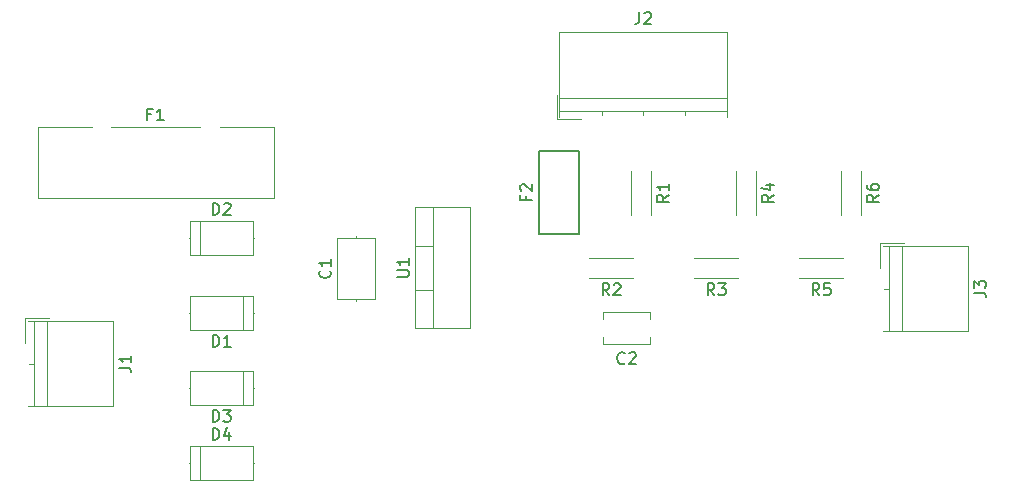
<source format=gbr>
G04 #@! TF.FileFunction,Legend,Top*
%FSLAX46Y46*%
G04 Gerber Fmt 4.6, Leading zero omitted, Abs format (unit mm)*
G04 Created by KiCad (PCBNEW 4.0.7) date 11/25/17 15:46:29*
%MOMM*%
%LPD*%
G01*
G04 APERTURE LIST*
%ADD10C,0.100000*%
%ADD11C,0.120000*%
%ADD12C,0.150000*%
G04 APERTURE END LIST*
D10*
D11*
X127930000Y-96650000D02*
X131150000Y-96650000D01*
X131150000Y-96650000D02*
X131150000Y-91430000D01*
X131150000Y-91430000D02*
X127930000Y-91430000D01*
X127930000Y-91430000D02*
X127930000Y-96650000D01*
X129540000Y-96810000D02*
X129540000Y-96650000D01*
X129540000Y-91270000D02*
X129540000Y-91430000D01*
X154380000Y-100420000D02*
X150460000Y-100420000D01*
X154380000Y-97700000D02*
X150460000Y-97700000D01*
X154380000Y-100420000D02*
X154380000Y-99810000D01*
X154380000Y-98310000D02*
X154380000Y-97700000D01*
X150460000Y-100420000D02*
X150460000Y-99810000D01*
X150460000Y-98310000D02*
X150460000Y-97700000D01*
X120770000Y-99200000D02*
X120770000Y-96380000D01*
X120770000Y-96380000D02*
X115450000Y-96380000D01*
X115450000Y-96380000D02*
X115450000Y-99200000D01*
X115450000Y-99200000D02*
X120770000Y-99200000D01*
X120840000Y-97790000D02*
X120770000Y-97790000D01*
X115380000Y-97790000D02*
X115450000Y-97790000D01*
X119930000Y-99200000D02*
X119930000Y-96380000D01*
X115450000Y-90030000D02*
X115450000Y-92850000D01*
X115450000Y-92850000D02*
X120770000Y-92850000D01*
X120770000Y-92850000D02*
X120770000Y-90030000D01*
X120770000Y-90030000D02*
X115450000Y-90030000D01*
X115380000Y-91440000D02*
X115450000Y-91440000D01*
X120840000Y-91440000D02*
X120770000Y-91440000D01*
X116290000Y-90030000D02*
X116290000Y-92850000D01*
X120770000Y-105550000D02*
X120770000Y-102730000D01*
X120770000Y-102730000D02*
X115450000Y-102730000D01*
X115450000Y-102730000D02*
X115450000Y-105550000D01*
X115450000Y-105550000D02*
X120770000Y-105550000D01*
X120840000Y-104140000D02*
X120770000Y-104140000D01*
X115380000Y-104140000D02*
X115450000Y-104140000D01*
X119930000Y-105550000D02*
X119930000Y-102730000D01*
X115450000Y-109080000D02*
X115450000Y-111900000D01*
X115450000Y-111900000D02*
X120770000Y-111900000D01*
X120770000Y-111900000D02*
X120770000Y-109080000D01*
X120770000Y-109080000D02*
X115450000Y-109080000D01*
X115380000Y-110490000D02*
X115450000Y-110490000D01*
X120840000Y-110490000D02*
X120770000Y-110490000D01*
X116290000Y-109080000D02*
X116290000Y-111900000D01*
X102550000Y-82020000D02*
X107140000Y-82020000D01*
X122550000Y-82020000D02*
X122550000Y-88020000D01*
X122550000Y-88020000D02*
X102550000Y-88020000D01*
X102550000Y-88020000D02*
X102550000Y-82020000D01*
X108760000Y-82020000D02*
X116330000Y-82020000D01*
X117970000Y-82020000D02*
X122550000Y-82020000D01*
D12*
X144970000Y-84090000D02*
X144970000Y-91090000D01*
X148370000Y-84090000D02*
X148370000Y-91090000D01*
X148370000Y-91090000D02*
X144970000Y-91090000D01*
X148370000Y-84090000D02*
X144970000Y-84090000D01*
D11*
X103310000Y-98480000D02*
X103310000Y-105680000D01*
X102210000Y-98480000D02*
X102210000Y-105680000D01*
X101710000Y-98480000D02*
X108910000Y-98480000D01*
X108910000Y-98480000D02*
X108910000Y-105680000D01*
X108910000Y-105680000D02*
X101710000Y-105680000D01*
X102210000Y-102080000D02*
X101810000Y-102080000D01*
X103560000Y-98240000D02*
X101470000Y-98240000D01*
X101470000Y-98240000D02*
X101470000Y-100330000D01*
X146740000Y-79570000D02*
X160940000Y-79570000D01*
X146740000Y-80670000D02*
X160940000Y-80670000D01*
X146740000Y-81170000D02*
X146740000Y-73970000D01*
X146740000Y-73970000D02*
X160940000Y-73970000D01*
X160940000Y-73970000D02*
X160940000Y-81170000D01*
X150340000Y-80670000D02*
X150340000Y-81070000D01*
X153840000Y-80670000D02*
X153840000Y-81070000D01*
X157340000Y-80670000D02*
X157340000Y-81070000D01*
X146500000Y-79320000D02*
X146500000Y-81410000D01*
X146500000Y-81410000D02*
X148590000Y-81410000D01*
X175700000Y-92130000D02*
X175700000Y-99330000D01*
X174600000Y-92130000D02*
X174600000Y-99330000D01*
X174100000Y-92130000D02*
X181300000Y-92130000D01*
X181300000Y-92130000D02*
X181300000Y-99330000D01*
X181300000Y-99330000D02*
X174100000Y-99330000D01*
X174600000Y-95730000D02*
X174200000Y-95730000D01*
X175950000Y-91890000D02*
X173860000Y-91890000D01*
X173860000Y-91890000D02*
X173860000Y-93980000D01*
X154530000Y-85770000D02*
X154530000Y-89490000D01*
X152810000Y-85770000D02*
X152810000Y-89490000D01*
X152990000Y-94840000D02*
X149270000Y-94840000D01*
X152990000Y-93120000D02*
X149270000Y-93120000D01*
X161880000Y-94840000D02*
X158160000Y-94840000D01*
X161880000Y-93120000D02*
X158160000Y-93120000D01*
X163420000Y-85770000D02*
X163420000Y-89490000D01*
X161700000Y-85770000D02*
X161700000Y-89490000D01*
X170770000Y-94840000D02*
X167050000Y-94840000D01*
X170770000Y-93120000D02*
X167050000Y-93120000D01*
X172310000Y-85770000D02*
X172310000Y-89490000D01*
X170590000Y-85770000D02*
X170590000Y-89490000D01*
X134540000Y-99100000D02*
X134540000Y-88860000D01*
X139181000Y-99100000D02*
X139181000Y-88860000D01*
X134540000Y-99100000D02*
X139181000Y-99100000D01*
X134540000Y-88860000D02*
X139181000Y-88860000D01*
X136050000Y-99100000D02*
X136050000Y-88860000D01*
X134540000Y-95830000D02*
X136050000Y-95830000D01*
X134540000Y-92129000D02*
X136050000Y-92129000D01*
D12*
X127287143Y-94206666D02*
X127334762Y-94254285D01*
X127382381Y-94397142D01*
X127382381Y-94492380D01*
X127334762Y-94635238D01*
X127239524Y-94730476D01*
X127144286Y-94778095D01*
X126953810Y-94825714D01*
X126810952Y-94825714D01*
X126620476Y-94778095D01*
X126525238Y-94730476D01*
X126430000Y-94635238D01*
X126382381Y-94492380D01*
X126382381Y-94397142D01*
X126430000Y-94254285D01*
X126477619Y-94206666D01*
X127382381Y-93254285D02*
X127382381Y-93825714D01*
X127382381Y-93540000D02*
X126382381Y-93540000D01*
X126525238Y-93635238D01*
X126620476Y-93730476D01*
X126668095Y-93825714D01*
X152253334Y-102027143D02*
X152205715Y-102074762D01*
X152062858Y-102122381D01*
X151967620Y-102122381D01*
X151824762Y-102074762D01*
X151729524Y-101979524D01*
X151681905Y-101884286D01*
X151634286Y-101693810D01*
X151634286Y-101550952D01*
X151681905Y-101360476D01*
X151729524Y-101265238D01*
X151824762Y-101170000D01*
X151967620Y-101122381D01*
X152062858Y-101122381D01*
X152205715Y-101170000D01*
X152253334Y-101217619D01*
X152634286Y-101217619D02*
X152681905Y-101170000D01*
X152777143Y-101122381D01*
X153015239Y-101122381D01*
X153110477Y-101170000D01*
X153158096Y-101217619D01*
X153205715Y-101312857D01*
X153205715Y-101408095D01*
X153158096Y-101550952D01*
X152586667Y-102122381D01*
X153205715Y-102122381D01*
X117371905Y-100652381D02*
X117371905Y-99652381D01*
X117610000Y-99652381D01*
X117752858Y-99700000D01*
X117848096Y-99795238D01*
X117895715Y-99890476D01*
X117943334Y-100080952D01*
X117943334Y-100223810D01*
X117895715Y-100414286D01*
X117848096Y-100509524D01*
X117752858Y-100604762D01*
X117610000Y-100652381D01*
X117371905Y-100652381D01*
X118895715Y-100652381D02*
X118324286Y-100652381D01*
X118610000Y-100652381D02*
X118610000Y-99652381D01*
X118514762Y-99795238D01*
X118419524Y-99890476D01*
X118324286Y-99938095D01*
X117371905Y-89482381D02*
X117371905Y-88482381D01*
X117610000Y-88482381D01*
X117752858Y-88530000D01*
X117848096Y-88625238D01*
X117895715Y-88720476D01*
X117943334Y-88910952D01*
X117943334Y-89053810D01*
X117895715Y-89244286D01*
X117848096Y-89339524D01*
X117752858Y-89434762D01*
X117610000Y-89482381D01*
X117371905Y-89482381D01*
X118324286Y-88577619D02*
X118371905Y-88530000D01*
X118467143Y-88482381D01*
X118705239Y-88482381D01*
X118800477Y-88530000D01*
X118848096Y-88577619D01*
X118895715Y-88672857D01*
X118895715Y-88768095D01*
X118848096Y-88910952D01*
X118276667Y-89482381D01*
X118895715Y-89482381D01*
X117371905Y-107002381D02*
X117371905Y-106002381D01*
X117610000Y-106002381D01*
X117752858Y-106050000D01*
X117848096Y-106145238D01*
X117895715Y-106240476D01*
X117943334Y-106430952D01*
X117943334Y-106573810D01*
X117895715Y-106764286D01*
X117848096Y-106859524D01*
X117752858Y-106954762D01*
X117610000Y-107002381D01*
X117371905Y-107002381D01*
X118276667Y-106002381D02*
X118895715Y-106002381D01*
X118562381Y-106383333D01*
X118705239Y-106383333D01*
X118800477Y-106430952D01*
X118848096Y-106478571D01*
X118895715Y-106573810D01*
X118895715Y-106811905D01*
X118848096Y-106907143D01*
X118800477Y-106954762D01*
X118705239Y-107002381D01*
X118419524Y-107002381D01*
X118324286Y-106954762D01*
X118276667Y-106907143D01*
X117371905Y-108532381D02*
X117371905Y-107532381D01*
X117610000Y-107532381D01*
X117752858Y-107580000D01*
X117848096Y-107675238D01*
X117895715Y-107770476D01*
X117943334Y-107960952D01*
X117943334Y-108103810D01*
X117895715Y-108294286D01*
X117848096Y-108389524D01*
X117752858Y-108484762D01*
X117610000Y-108532381D01*
X117371905Y-108532381D01*
X118800477Y-107865714D02*
X118800477Y-108532381D01*
X118562381Y-107484762D02*
X118324286Y-108199048D01*
X118943334Y-108199048D01*
X112186667Y-80968571D02*
X111853333Y-80968571D01*
X111853333Y-81492381D02*
X111853333Y-80492381D01*
X112329524Y-80492381D01*
X113234286Y-81492381D02*
X112662857Y-81492381D01*
X112948571Y-81492381D02*
X112948571Y-80492381D01*
X112853333Y-80635238D01*
X112758095Y-80730476D01*
X112662857Y-80778095D01*
X143898571Y-87923333D02*
X143898571Y-88256667D01*
X144422381Y-88256667D02*
X143422381Y-88256667D01*
X143422381Y-87780476D01*
X143517619Y-87447143D02*
X143470000Y-87399524D01*
X143422381Y-87304286D01*
X143422381Y-87066190D01*
X143470000Y-86970952D01*
X143517619Y-86923333D01*
X143612857Y-86875714D01*
X143708095Y-86875714D01*
X143850952Y-86923333D01*
X144422381Y-87494762D01*
X144422381Y-86875714D01*
X109462381Y-102413333D02*
X110176667Y-102413333D01*
X110319524Y-102460953D01*
X110414762Y-102556191D01*
X110462381Y-102699048D01*
X110462381Y-102794286D01*
X110462381Y-101413333D02*
X110462381Y-101984762D01*
X110462381Y-101699048D02*
X109462381Y-101699048D01*
X109605238Y-101794286D01*
X109700476Y-101889524D01*
X109748095Y-101984762D01*
X153506667Y-72322381D02*
X153506667Y-73036667D01*
X153459047Y-73179524D01*
X153363809Y-73274762D01*
X153220952Y-73322381D01*
X153125714Y-73322381D01*
X153935238Y-72417619D02*
X153982857Y-72370000D01*
X154078095Y-72322381D01*
X154316191Y-72322381D01*
X154411429Y-72370000D01*
X154459048Y-72417619D01*
X154506667Y-72512857D01*
X154506667Y-72608095D01*
X154459048Y-72750952D01*
X153887619Y-73322381D01*
X154506667Y-73322381D01*
X181852381Y-96063333D02*
X182566667Y-96063333D01*
X182709524Y-96110953D01*
X182804762Y-96206191D01*
X182852381Y-96349048D01*
X182852381Y-96444286D01*
X181852381Y-95682381D02*
X181852381Y-95063333D01*
X182233333Y-95396667D01*
X182233333Y-95253809D01*
X182280952Y-95158571D01*
X182328571Y-95110952D01*
X182423810Y-95063333D01*
X182661905Y-95063333D01*
X182757143Y-95110952D01*
X182804762Y-95158571D01*
X182852381Y-95253809D01*
X182852381Y-95539524D01*
X182804762Y-95634762D01*
X182757143Y-95682381D01*
X155982381Y-87796666D02*
X155506190Y-88130000D01*
X155982381Y-88368095D02*
X154982381Y-88368095D01*
X154982381Y-87987142D01*
X155030000Y-87891904D01*
X155077619Y-87844285D01*
X155172857Y-87796666D01*
X155315714Y-87796666D01*
X155410952Y-87844285D01*
X155458571Y-87891904D01*
X155506190Y-87987142D01*
X155506190Y-88368095D01*
X155982381Y-86844285D02*
X155982381Y-87415714D01*
X155982381Y-87130000D02*
X154982381Y-87130000D01*
X155125238Y-87225238D01*
X155220476Y-87320476D01*
X155268095Y-87415714D01*
X150963334Y-96292381D02*
X150630000Y-95816190D01*
X150391905Y-96292381D02*
X150391905Y-95292381D01*
X150772858Y-95292381D01*
X150868096Y-95340000D01*
X150915715Y-95387619D01*
X150963334Y-95482857D01*
X150963334Y-95625714D01*
X150915715Y-95720952D01*
X150868096Y-95768571D01*
X150772858Y-95816190D01*
X150391905Y-95816190D01*
X151344286Y-95387619D02*
X151391905Y-95340000D01*
X151487143Y-95292381D01*
X151725239Y-95292381D01*
X151820477Y-95340000D01*
X151868096Y-95387619D01*
X151915715Y-95482857D01*
X151915715Y-95578095D01*
X151868096Y-95720952D01*
X151296667Y-96292381D01*
X151915715Y-96292381D01*
X159853334Y-96292381D02*
X159520000Y-95816190D01*
X159281905Y-96292381D02*
X159281905Y-95292381D01*
X159662858Y-95292381D01*
X159758096Y-95340000D01*
X159805715Y-95387619D01*
X159853334Y-95482857D01*
X159853334Y-95625714D01*
X159805715Y-95720952D01*
X159758096Y-95768571D01*
X159662858Y-95816190D01*
X159281905Y-95816190D01*
X160186667Y-95292381D02*
X160805715Y-95292381D01*
X160472381Y-95673333D01*
X160615239Y-95673333D01*
X160710477Y-95720952D01*
X160758096Y-95768571D01*
X160805715Y-95863810D01*
X160805715Y-96101905D01*
X160758096Y-96197143D01*
X160710477Y-96244762D01*
X160615239Y-96292381D01*
X160329524Y-96292381D01*
X160234286Y-96244762D01*
X160186667Y-96197143D01*
X164872381Y-87796666D02*
X164396190Y-88130000D01*
X164872381Y-88368095D02*
X163872381Y-88368095D01*
X163872381Y-87987142D01*
X163920000Y-87891904D01*
X163967619Y-87844285D01*
X164062857Y-87796666D01*
X164205714Y-87796666D01*
X164300952Y-87844285D01*
X164348571Y-87891904D01*
X164396190Y-87987142D01*
X164396190Y-88368095D01*
X164205714Y-86939523D02*
X164872381Y-86939523D01*
X163824762Y-87177619D02*
X164539048Y-87415714D01*
X164539048Y-86796666D01*
X168743334Y-96292381D02*
X168410000Y-95816190D01*
X168171905Y-96292381D02*
X168171905Y-95292381D01*
X168552858Y-95292381D01*
X168648096Y-95340000D01*
X168695715Y-95387619D01*
X168743334Y-95482857D01*
X168743334Y-95625714D01*
X168695715Y-95720952D01*
X168648096Y-95768571D01*
X168552858Y-95816190D01*
X168171905Y-95816190D01*
X169648096Y-95292381D02*
X169171905Y-95292381D01*
X169124286Y-95768571D01*
X169171905Y-95720952D01*
X169267143Y-95673333D01*
X169505239Y-95673333D01*
X169600477Y-95720952D01*
X169648096Y-95768571D01*
X169695715Y-95863810D01*
X169695715Y-96101905D01*
X169648096Y-96197143D01*
X169600477Y-96244762D01*
X169505239Y-96292381D01*
X169267143Y-96292381D01*
X169171905Y-96244762D01*
X169124286Y-96197143D01*
X173762381Y-87796666D02*
X173286190Y-88130000D01*
X173762381Y-88368095D02*
X172762381Y-88368095D01*
X172762381Y-87987142D01*
X172810000Y-87891904D01*
X172857619Y-87844285D01*
X172952857Y-87796666D01*
X173095714Y-87796666D01*
X173190952Y-87844285D01*
X173238571Y-87891904D01*
X173286190Y-87987142D01*
X173286190Y-88368095D01*
X172762381Y-86939523D02*
X172762381Y-87130000D01*
X172810000Y-87225238D01*
X172857619Y-87272857D01*
X173000476Y-87368095D01*
X173190952Y-87415714D01*
X173571905Y-87415714D01*
X173667143Y-87368095D01*
X173714762Y-87320476D01*
X173762381Y-87225238D01*
X173762381Y-87034761D01*
X173714762Y-86939523D01*
X173667143Y-86891904D01*
X173571905Y-86844285D01*
X173333810Y-86844285D01*
X173238571Y-86891904D01*
X173190952Y-86939523D01*
X173143333Y-87034761D01*
X173143333Y-87225238D01*
X173190952Y-87320476D01*
X173238571Y-87368095D01*
X173333810Y-87415714D01*
X132992381Y-94741905D02*
X133801905Y-94741905D01*
X133897143Y-94694286D01*
X133944762Y-94646667D01*
X133992381Y-94551429D01*
X133992381Y-94360952D01*
X133944762Y-94265714D01*
X133897143Y-94218095D01*
X133801905Y-94170476D01*
X132992381Y-94170476D01*
X133992381Y-93170476D02*
X133992381Y-93741905D01*
X133992381Y-93456191D02*
X132992381Y-93456191D01*
X133135238Y-93551429D01*
X133230476Y-93646667D01*
X133278095Y-93741905D01*
M02*

</source>
